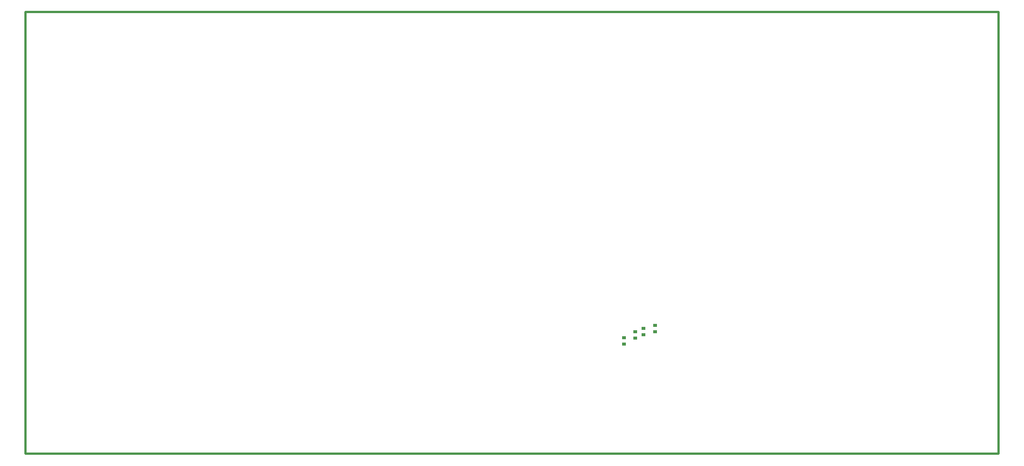
<source format=gbp>
%FSTAX23Y23*%
%MOIN*%
%SFA1B1*%

%IPPOS*%
%ADD12R,0.035433X0.027559*%
%ADD29C,0.020000*%
%LNeurocard_vme_3u_(3.937_x_8.660_inches)-1*%
%LPD*%
G54D12*
X09425Y07089D03*
Y0703D03*
X09498Y07119D03*
Y0706D03*
X09604Y07146D03*
Y07087D03*
X09325Y07036D03*
Y06977D03*
G54D29*
X04Y06D02*
Y09937D01*
X1266Y06D02*
Y09937D01*
X04D02*
X1266D01*
X04Y06D02*
X1266D01*
M02*
</source>
